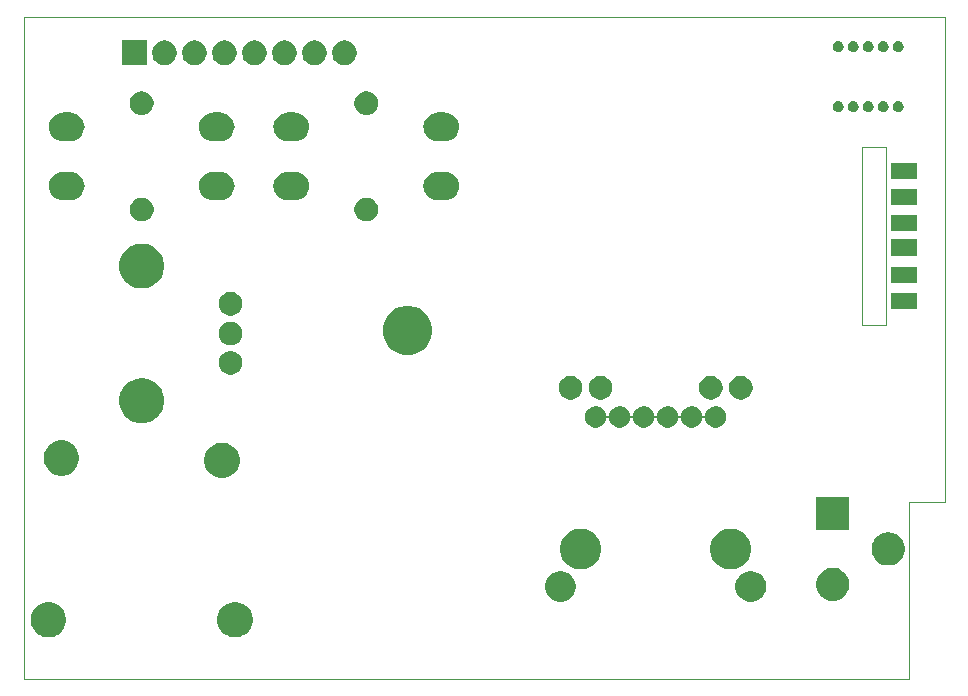
<source format=gbr>
%TF.GenerationSoftware,KiCad,Pcbnew,5.1.5-52549c5~84~ubuntu19.04.1*%
%TF.CreationDate,2020-04-18T11:31:06+00:00*%
%TF.ProjectId,alakol,616c616b-6f6c-42e6-9b69-6361645f7063,rev.1*%
%TF.SameCoordinates,Original*%
%TF.FileFunction,Soldermask,Bot*%
%TF.FilePolarity,Negative*%
%FSLAX45Y45*%
G04 Gerber Fmt 4.5, Leading zero omitted, Abs format (unit mm)*
G04 Created by KiCad (PCBNEW 5.1.5-52549c5~84~ubuntu19.04.1) date 2020-04-18 11:31:06*
%MOMM*%
%LPD*%
G04 APERTURE LIST*
%ADD10C,0.100000*%
%ADD11C,0.150000*%
G04 APERTURE END LIST*
D10*
X12200000Y-15400000D02*
X12200000Y-15600000D01*
X19700000Y-15400000D02*
X19700000Y-15600000D01*
X12200000Y-14500000D02*
X12200000Y-15300000D01*
X19700000Y-14600000D02*
X19700000Y-15400000D01*
X12200000Y-15600000D02*
X19700000Y-15600000D01*
X12200000Y-15300000D02*
X12200000Y-15400000D01*
X12200000Y-14400000D02*
X12200000Y-14500000D01*
X12200000Y-10000000D02*
X12200000Y-14400000D01*
X12200000Y-10000000D02*
X18000000Y-10000000D01*
X19500000Y-12600000D02*
X19500000Y-11100000D01*
X19700000Y-14100000D02*
X19700000Y-14600000D01*
X20000000Y-14100000D02*
X19700000Y-14100000D01*
X20000000Y-12600000D02*
X20000000Y-14100000D01*
X20000000Y-10000000D02*
X18000000Y-10000000D01*
X20000000Y-11100000D02*
X20000000Y-10000000D01*
X20000000Y-12600000D02*
X20000000Y-11100000D01*
X19500000Y-11100000D02*
X19300000Y-11100000D01*
X19300000Y-12600000D02*
X19500000Y-12600000D01*
X19300000Y-11100000D02*
X19300000Y-12600000D01*
D11*
G36*
X14033753Y-14955764D02*
G01*
X14061051Y-14967072D01*
X14061052Y-14967072D01*
X14073419Y-14975335D01*
X14085619Y-14983487D01*
X14106513Y-15004381D01*
X14122928Y-15028948D01*
X14134236Y-15056247D01*
X14140000Y-15085226D01*
X14140000Y-15114774D01*
X14134236Y-15143753D01*
X14122928Y-15171051D01*
X14122928Y-15171052D01*
X14106513Y-15195619D01*
X14085619Y-15216513D01*
X14061052Y-15232928D01*
X14061052Y-15232928D01*
X14061051Y-15232928D01*
X14033753Y-15244236D01*
X14004774Y-15250000D01*
X13975226Y-15250000D01*
X13946247Y-15244236D01*
X13918948Y-15232928D01*
X13918948Y-15232928D01*
X13918948Y-15232928D01*
X13894381Y-15216513D01*
X13873487Y-15195619D01*
X13857072Y-15171052D01*
X13857072Y-15171051D01*
X13845764Y-15143753D01*
X13840000Y-15114774D01*
X13840000Y-15085226D01*
X13845764Y-15056247D01*
X13857072Y-15028948D01*
X13873487Y-15004381D01*
X13894381Y-14983487D01*
X13906581Y-14975335D01*
X13918948Y-14967072D01*
X13918948Y-14967072D01*
X13946247Y-14955764D01*
X13975226Y-14950000D01*
X14004774Y-14950000D01*
X14033753Y-14955764D01*
G37*
G36*
X12453753Y-14955764D02*
G01*
X12481051Y-14967072D01*
X12481052Y-14967072D01*
X12493419Y-14975335D01*
X12505619Y-14983487D01*
X12526513Y-15004381D01*
X12542928Y-15028948D01*
X12554236Y-15056247D01*
X12560000Y-15085226D01*
X12560000Y-15114774D01*
X12554236Y-15143753D01*
X12542928Y-15171051D01*
X12542928Y-15171052D01*
X12526513Y-15195619D01*
X12505619Y-15216513D01*
X12481052Y-15232928D01*
X12481052Y-15232928D01*
X12481051Y-15232928D01*
X12453753Y-15244236D01*
X12424774Y-15250000D01*
X12395226Y-15250000D01*
X12366247Y-15244236D01*
X12338948Y-15232928D01*
X12338948Y-15232928D01*
X12338948Y-15232928D01*
X12314381Y-15216513D01*
X12293487Y-15195619D01*
X12277072Y-15171052D01*
X12277072Y-15171051D01*
X12265764Y-15143753D01*
X12260000Y-15114774D01*
X12260000Y-15085226D01*
X12265764Y-15056247D01*
X12277072Y-15028948D01*
X12293487Y-15004381D01*
X12314381Y-14983487D01*
X12326581Y-14975335D01*
X12338948Y-14967072D01*
X12338948Y-14967072D01*
X12366247Y-14955764D01*
X12395226Y-14950000D01*
X12424774Y-14950000D01*
X12453753Y-14955764D01*
G37*
G36*
X16781470Y-14692496D02*
G01*
X16805128Y-14702295D01*
X16826420Y-14716522D01*
X16844528Y-14734630D01*
X16858755Y-14755922D01*
X16868554Y-14779580D01*
X16873550Y-14804696D01*
X16873550Y-14830304D01*
X16868554Y-14855420D01*
X16858755Y-14879078D01*
X16844528Y-14900370D01*
X16826420Y-14918478D01*
X16805128Y-14932704D01*
X16781470Y-14942504D01*
X16756354Y-14947500D01*
X16730746Y-14947500D01*
X16705630Y-14942504D01*
X16681972Y-14932704D01*
X16660680Y-14918478D01*
X16642572Y-14900370D01*
X16628345Y-14879078D01*
X16618546Y-14855420D01*
X16613550Y-14830304D01*
X16613550Y-14804696D01*
X16618546Y-14779580D01*
X16628345Y-14755922D01*
X16642572Y-14734630D01*
X16660680Y-14716522D01*
X16681972Y-14702295D01*
X16705630Y-14692496D01*
X16730746Y-14687500D01*
X16756354Y-14687500D01*
X16781470Y-14692496D01*
G37*
G36*
X18394370Y-14692496D02*
G01*
X18418028Y-14702295D01*
X18439320Y-14716522D01*
X18457428Y-14734630D01*
X18471655Y-14755922D01*
X18481454Y-14779580D01*
X18486450Y-14804696D01*
X18486450Y-14830304D01*
X18481454Y-14855420D01*
X18471655Y-14879078D01*
X18457428Y-14900370D01*
X18439320Y-14918478D01*
X18418028Y-14932704D01*
X18394370Y-14942504D01*
X18369254Y-14947500D01*
X18343646Y-14947500D01*
X18318530Y-14942504D01*
X18294872Y-14932704D01*
X18273580Y-14918478D01*
X18255472Y-14900370D01*
X18241246Y-14879078D01*
X18231446Y-14855420D01*
X18226450Y-14830304D01*
X18226450Y-14804696D01*
X18231446Y-14779580D01*
X18241246Y-14755922D01*
X18255472Y-14734630D01*
X18273580Y-14716522D01*
X18294872Y-14702295D01*
X18318530Y-14692496D01*
X18343646Y-14687500D01*
X18369254Y-14687500D01*
X18394370Y-14692496D01*
G37*
G36*
X19077313Y-14662690D02*
G01*
X19090837Y-14665380D01*
X19116315Y-14675934D01*
X19139245Y-14691255D01*
X19158745Y-14710755D01*
X19158745Y-14710755D01*
X19174067Y-14733685D01*
X19177158Y-14741148D01*
X19184620Y-14759163D01*
X19190000Y-14786211D01*
X19190000Y-14813789D01*
X19184620Y-14840836D01*
X19174066Y-14866315D01*
X19158745Y-14889245D01*
X19139245Y-14908745D01*
X19116315Y-14924066D01*
X19090837Y-14934620D01*
X19077313Y-14937310D01*
X19063789Y-14940000D01*
X19036211Y-14940000D01*
X19022687Y-14937310D01*
X19009164Y-14934620D01*
X18983685Y-14924066D01*
X18960755Y-14908745D01*
X18941255Y-14889245D01*
X18925934Y-14866315D01*
X18915380Y-14840836D01*
X18910000Y-14813789D01*
X18910000Y-14786211D01*
X18915380Y-14759163D01*
X18922843Y-14741148D01*
X18925934Y-14733685D01*
X18941255Y-14710755D01*
X18941255Y-14710755D01*
X18960755Y-14691255D01*
X18983685Y-14675934D01*
X19009164Y-14665380D01*
X19022687Y-14662690D01*
X19036211Y-14660000D01*
X19063789Y-14660000D01*
X19077313Y-14662690D01*
G37*
G36*
X18206732Y-14328443D02*
G01*
X18235316Y-14334129D01*
X18266709Y-14347132D01*
X18294962Y-14366010D01*
X18318990Y-14390038D01*
X18337868Y-14418291D01*
X18350871Y-14449684D01*
X18357500Y-14483010D01*
X18357500Y-14516990D01*
X18350871Y-14550316D01*
X18337868Y-14581709D01*
X18318990Y-14609962D01*
X18294962Y-14633989D01*
X18266709Y-14652868D01*
X18235316Y-14665871D01*
X18206732Y-14671557D01*
X18201990Y-14672500D01*
X18168010Y-14672500D01*
X18163268Y-14671557D01*
X18134684Y-14665871D01*
X18103291Y-14652868D01*
X18075038Y-14633989D01*
X18051011Y-14609962D01*
X18032132Y-14581709D01*
X18019129Y-14550316D01*
X18012500Y-14516990D01*
X18012500Y-14483010D01*
X18019129Y-14449684D01*
X18032132Y-14418291D01*
X18051011Y-14390038D01*
X18075038Y-14366010D01*
X18103291Y-14347132D01*
X18134684Y-14334129D01*
X18163268Y-14328443D01*
X18168010Y-14327500D01*
X18201990Y-14327500D01*
X18206732Y-14328443D01*
G37*
G36*
X16936732Y-14328443D02*
G01*
X16965316Y-14334129D01*
X16996709Y-14347132D01*
X17024962Y-14366010D01*
X17048990Y-14390038D01*
X17067868Y-14418291D01*
X17080871Y-14449684D01*
X17087500Y-14483010D01*
X17087500Y-14516990D01*
X17080871Y-14550316D01*
X17067868Y-14581709D01*
X17048990Y-14609962D01*
X17024962Y-14633989D01*
X16996709Y-14652868D01*
X16965316Y-14665871D01*
X16936732Y-14671557D01*
X16931990Y-14672500D01*
X16898010Y-14672500D01*
X16893268Y-14671557D01*
X16864684Y-14665871D01*
X16833291Y-14652868D01*
X16805038Y-14633989D01*
X16781011Y-14609962D01*
X16762132Y-14581709D01*
X16749129Y-14550316D01*
X16742500Y-14516990D01*
X16742500Y-14483010D01*
X16749129Y-14449684D01*
X16762132Y-14418291D01*
X16781011Y-14390038D01*
X16805038Y-14366010D01*
X16833291Y-14347132D01*
X16864684Y-14334129D01*
X16893268Y-14328443D01*
X16898010Y-14327500D01*
X16931990Y-14327500D01*
X16936732Y-14328443D01*
G37*
G36*
X19547313Y-14362690D02*
G01*
X19560837Y-14365380D01*
X19586315Y-14375934D01*
X19609245Y-14391255D01*
X19628745Y-14410755D01*
X19644066Y-14433685D01*
X19654620Y-14459163D01*
X19660000Y-14486211D01*
X19660000Y-14513789D01*
X19654620Y-14540836D01*
X19644066Y-14566315D01*
X19628745Y-14589245D01*
X19609245Y-14608745D01*
X19586315Y-14624066D01*
X19560837Y-14634620D01*
X19547313Y-14637310D01*
X19533789Y-14640000D01*
X19506211Y-14640000D01*
X19492687Y-14637310D01*
X19479164Y-14634620D01*
X19453685Y-14624066D01*
X19430755Y-14608745D01*
X19411255Y-14589245D01*
X19395934Y-14566315D01*
X19385380Y-14540836D01*
X19380000Y-14513789D01*
X19380000Y-14486211D01*
X19385380Y-14459163D01*
X19395934Y-14433685D01*
X19411255Y-14410755D01*
X19430755Y-14391255D01*
X19453685Y-14375934D01*
X19479164Y-14365380D01*
X19492687Y-14362690D01*
X19506211Y-14360000D01*
X19533789Y-14360000D01*
X19547313Y-14362690D01*
G37*
G36*
X19190000Y-14340000D02*
G01*
X18910000Y-14340000D01*
X18910000Y-14060000D01*
X19190000Y-14060000D01*
X19190000Y-14340000D01*
G37*
G36*
X13923753Y-13605764D02*
G01*
X13951051Y-13617072D01*
X13951052Y-13617072D01*
X13963419Y-13625335D01*
X13975619Y-13633487D01*
X13996513Y-13654381D01*
X14012928Y-13678948D01*
X14024236Y-13706247D01*
X14030000Y-13735226D01*
X14030000Y-13764774D01*
X14024236Y-13793753D01*
X14021213Y-13801052D01*
X14012928Y-13821052D01*
X13996513Y-13845619D01*
X13975619Y-13866513D01*
X13951052Y-13882928D01*
X13951052Y-13882928D01*
X13951051Y-13882928D01*
X13923753Y-13894236D01*
X13894774Y-13900000D01*
X13865226Y-13900000D01*
X13836247Y-13894236D01*
X13808948Y-13882928D01*
X13808948Y-13882928D01*
X13808948Y-13882928D01*
X13784381Y-13866513D01*
X13763487Y-13845619D01*
X13747072Y-13821052D01*
X13738787Y-13801052D01*
X13735764Y-13793753D01*
X13730000Y-13764774D01*
X13730000Y-13735226D01*
X13735764Y-13706247D01*
X13747072Y-13678948D01*
X13763487Y-13654381D01*
X13784381Y-13633487D01*
X13796581Y-13625335D01*
X13808948Y-13617072D01*
X13808948Y-13617072D01*
X13836247Y-13605764D01*
X13865226Y-13600000D01*
X13894774Y-13600000D01*
X13923753Y-13605764D01*
G37*
G36*
X12563753Y-13585764D02*
G01*
X12591051Y-13597072D01*
X12591052Y-13597072D01*
X12595434Y-13600000D01*
X12615619Y-13613487D01*
X12636513Y-13634381D01*
X12652928Y-13658948D01*
X12664236Y-13686247D01*
X12670000Y-13715226D01*
X12670000Y-13744774D01*
X12664236Y-13773753D01*
X12652928Y-13801051D01*
X12652928Y-13801052D01*
X12636513Y-13825619D01*
X12615619Y-13846513D01*
X12591052Y-13862928D01*
X12591052Y-13862928D01*
X12591051Y-13862928D01*
X12563753Y-13874236D01*
X12534774Y-13880000D01*
X12505226Y-13880000D01*
X12476247Y-13874236D01*
X12448948Y-13862928D01*
X12448948Y-13862928D01*
X12448948Y-13862928D01*
X12424381Y-13846513D01*
X12403487Y-13825619D01*
X12387072Y-13801052D01*
X12387072Y-13801051D01*
X12375764Y-13773753D01*
X12370000Y-13744774D01*
X12370000Y-13715226D01*
X12375764Y-13686247D01*
X12387072Y-13658948D01*
X12403487Y-13634381D01*
X12424381Y-13613487D01*
X12444566Y-13600000D01*
X12448948Y-13597072D01*
X12448948Y-13597072D01*
X12476247Y-13585764D01*
X12505226Y-13580000D01*
X12534774Y-13580000D01*
X12563753Y-13585764D01*
G37*
G36*
X17068252Y-13295859D02*
G01*
X17079266Y-13300421D01*
X17084631Y-13302643D01*
X17099372Y-13312492D01*
X17111908Y-13325028D01*
X17121757Y-13339769D01*
X17121757Y-13339769D01*
X17128541Y-13356148D01*
X17131340Y-13370219D01*
X17132052Y-13372564D01*
X17133207Y-13374725D01*
X17134761Y-13376619D01*
X17136655Y-13378174D01*
X17138817Y-13379329D01*
X17141161Y-13380040D01*
X17143600Y-13380280D01*
X17146039Y-13380040D01*
X17148384Y-13379329D01*
X17150545Y-13378174D01*
X17152439Y-13376619D01*
X17153993Y-13374725D01*
X17155148Y-13372564D01*
X17155860Y-13370219D01*
X17158659Y-13356148D01*
X17165443Y-13339769D01*
X17165443Y-13339769D01*
X17175292Y-13325028D01*
X17187828Y-13312492D01*
X17202569Y-13302643D01*
X17207934Y-13300421D01*
X17218948Y-13295859D01*
X17236336Y-13292400D01*
X17254064Y-13292400D01*
X17271452Y-13295859D01*
X17282466Y-13300421D01*
X17287831Y-13302643D01*
X17302572Y-13312492D01*
X17315108Y-13325028D01*
X17324957Y-13339769D01*
X17324957Y-13339769D01*
X17331741Y-13356148D01*
X17334540Y-13370219D01*
X17335252Y-13372564D01*
X17336407Y-13374725D01*
X17337961Y-13376619D01*
X17339855Y-13378174D01*
X17342017Y-13379329D01*
X17344361Y-13380040D01*
X17346800Y-13380280D01*
X17349239Y-13380040D01*
X17351584Y-13379329D01*
X17353745Y-13378174D01*
X17355639Y-13376619D01*
X17357193Y-13374725D01*
X17358348Y-13372564D01*
X17359060Y-13370219D01*
X17361859Y-13356148D01*
X17368643Y-13339769D01*
X17368643Y-13339769D01*
X17378492Y-13325028D01*
X17391028Y-13312492D01*
X17405769Y-13302643D01*
X17411134Y-13300421D01*
X17422148Y-13295859D01*
X17439536Y-13292400D01*
X17457264Y-13292400D01*
X17474652Y-13295859D01*
X17485666Y-13300421D01*
X17491031Y-13302643D01*
X17505772Y-13312492D01*
X17518308Y-13325028D01*
X17528157Y-13339769D01*
X17528157Y-13339769D01*
X17534941Y-13356148D01*
X17537740Y-13370219D01*
X17538452Y-13372564D01*
X17539607Y-13374725D01*
X17541161Y-13376619D01*
X17543055Y-13378174D01*
X17545217Y-13379329D01*
X17547561Y-13380040D01*
X17550000Y-13380280D01*
X17552439Y-13380040D01*
X17554784Y-13379329D01*
X17556945Y-13378174D01*
X17558839Y-13376619D01*
X17560393Y-13374725D01*
X17561548Y-13372564D01*
X17562260Y-13370219D01*
X17565059Y-13356148D01*
X17571843Y-13339769D01*
X17571843Y-13339769D01*
X17581692Y-13325028D01*
X17594228Y-13312492D01*
X17608969Y-13302643D01*
X17614334Y-13300421D01*
X17625348Y-13295859D01*
X17642736Y-13292400D01*
X17660464Y-13292400D01*
X17677852Y-13295859D01*
X17688866Y-13300421D01*
X17694231Y-13302643D01*
X17708972Y-13312492D01*
X17721508Y-13325028D01*
X17731357Y-13339769D01*
X17731357Y-13339769D01*
X17738141Y-13356148D01*
X17740940Y-13370219D01*
X17741652Y-13372564D01*
X17742807Y-13374725D01*
X17744361Y-13376619D01*
X17746255Y-13378174D01*
X17748417Y-13379329D01*
X17750761Y-13380040D01*
X17753200Y-13380280D01*
X17755639Y-13380040D01*
X17757984Y-13379329D01*
X17760145Y-13378174D01*
X17762039Y-13376619D01*
X17763593Y-13374725D01*
X17764748Y-13372564D01*
X17765460Y-13370219D01*
X17768259Y-13356148D01*
X17775043Y-13339769D01*
X17775043Y-13339769D01*
X17784892Y-13325028D01*
X17797428Y-13312492D01*
X17812169Y-13302643D01*
X17817534Y-13300421D01*
X17828548Y-13295859D01*
X17845936Y-13292400D01*
X17863664Y-13292400D01*
X17881052Y-13295859D01*
X17892066Y-13300421D01*
X17897431Y-13302643D01*
X17912172Y-13312492D01*
X17924708Y-13325028D01*
X17934557Y-13339769D01*
X17934557Y-13339769D01*
X17941341Y-13356148D01*
X17944140Y-13370219D01*
X17944852Y-13372564D01*
X17946007Y-13374725D01*
X17947561Y-13376619D01*
X17949455Y-13378174D01*
X17951617Y-13379329D01*
X17953961Y-13380040D01*
X17956400Y-13380280D01*
X17958839Y-13380040D01*
X17961184Y-13379329D01*
X17963345Y-13378174D01*
X17965239Y-13376619D01*
X17966793Y-13374725D01*
X17967948Y-13372564D01*
X17968660Y-13370219D01*
X17971459Y-13356148D01*
X17978243Y-13339769D01*
X17978243Y-13339769D01*
X17988092Y-13325028D01*
X18000628Y-13312492D01*
X18015369Y-13302643D01*
X18020734Y-13300421D01*
X18031748Y-13295859D01*
X18049136Y-13292400D01*
X18066864Y-13292400D01*
X18084252Y-13295859D01*
X18095266Y-13300421D01*
X18100631Y-13302643D01*
X18115372Y-13312492D01*
X18127908Y-13325028D01*
X18137757Y-13339769D01*
X18144541Y-13356148D01*
X18148000Y-13373536D01*
X18148000Y-13391264D01*
X18144541Y-13408652D01*
X18137757Y-13425031D01*
X18127908Y-13439772D01*
X18115372Y-13452308D01*
X18100631Y-13462157D01*
X18100631Y-13462157D01*
X18100631Y-13462157D01*
X18084252Y-13468941D01*
X18066864Y-13472400D01*
X18049136Y-13472400D01*
X18031748Y-13468941D01*
X18015369Y-13462157D01*
X18015369Y-13462157D01*
X18015369Y-13462157D01*
X18000628Y-13452308D01*
X17988092Y-13439772D01*
X17978243Y-13425031D01*
X17971459Y-13408652D01*
X17968660Y-13394581D01*
X17967948Y-13392236D01*
X17966793Y-13390075D01*
X17965239Y-13388181D01*
X17963345Y-13386626D01*
X17961184Y-13385471D01*
X17958839Y-13384760D01*
X17956400Y-13384520D01*
X17953961Y-13384760D01*
X17951617Y-13385471D01*
X17949455Y-13386626D01*
X17947561Y-13388181D01*
X17946007Y-13390075D01*
X17944852Y-13392236D01*
X17944140Y-13394581D01*
X17941341Y-13408652D01*
X17934557Y-13425031D01*
X17924708Y-13439772D01*
X17912172Y-13452308D01*
X17897431Y-13462157D01*
X17897431Y-13462157D01*
X17897431Y-13462157D01*
X17881052Y-13468941D01*
X17863664Y-13472400D01*
X17845936Y-13472400D01*
X17828548Y-13468941D01*
X17812169Y-13462157D01*
X17812169Y-13462157D01*
X17812169Y-13462157D01*
X17797428Y-13452308D01*
X17784892Y-13439772D01*
X17775043Y-13425031D01*
X17768259Y-13408652D01*
X17765460Y-13394581D01*
X17764748Y-13392236D01*
X17763593Y-13390075D01*
X17762039Y-13388181D01*
X17760145Y-13386626D01*
X17757984Y-13385471D01*
X17755639Y-13384760D01*
X17753200Y-13384520D01*
X17750761Y-13384760D01*
X17748417Y-13385471D01*
X17746255Y-13386626D01*
X17744361Y-13388181D01*
X17742807Y-13390075D01*
X17741652Y-13392236D01*
X17740940Y-13394581D01*
X17738141Y-13408652D01*
X17731357Y-13425031D01*
X17721508Y-13439772D01*
X17708972Y-13452308D01*
X17694231Y-13462157D01*
X17694231Y-13462157D01*
X17694231Y-13462157D01*
X17677852Y-13468941D01*
X17660464Y-13472400D01*
X17642736Y-13472400D01*
X17625348Y-13468941D01*
X17608969Y-13462157D01*
X17608969Y-13462157D01*
X17608969Y-13462157D01*
X17594228Y-13452308D01*
X17581692Y-13439772D01*
X17571843Y-13425031D01*
X17565059Y-13408652D01*
X17562260Y-13394581D01*
X17561548Y-13392236D01*
X17560393Y-13390075D01*
X17558839Y-13388181D01*
X17556945Y-13386626D01*
X17554784Y-13385471D01*
X17552439Y-13384760D01*
X17550000Y-13384520D01*
X17547561Y-13384760D01*
X17545217Y-13385471D01*
X17543055Y-13386626D01*
X17541161Y-13388181D01*
X17539607Y-13390075D01*
X17538452Y-13392236D01*
X17537740Y-13394581D01*
X17534941Y-13408652D01*
X17528157Y-13425031D01*
X17518308Y-13439772D01*
X17505772Y-13452308D01*
X17491031Y-13462157D01*
X17491031Y-13462157D01*
X17491031Y-13462157D01*
X17474652Y-13468941D01*
X17457264Y-13472400D01*
X17439536Y-13472400D01*
X17422148Y-13468941D01*
X17405769Y-13462157D01*
X17405769Y-13462157D01*
X17405769Y-13462157D01*
X17391028Y-13452308D01*
X17378492Y-13439772D01*
X17368643Y-13425031D01*
X17361859Y-13408652D01*
X17359060Y-13394581D01*
X17358348Y-13392236D01*
X17357193Y-13390075D01*
X17355639Y-13388181D01*
X17353745Y-13386626D01*
X17351584Y-13385471D01*
X17349239Y-13384760D01*
X17346800Y-13384520D01*
X17344361Y-13384760D01*
X17342017Y-13385471D01*
X17339855Y-13386626D01*
X17337961Y-13388181D01*
X17336407Y-13390075D01*
X17335252Y-13392236D01*
X17334540Y-13394581D01*
X17331741Y-13408652D01*
X17324957Y-13425031D01*
X17315108Y-13439772D01*
X17302572Y-13452308D01*
X17287831Y-13462157D01*
X17287831Y-13462157D01*
X17287831Y-13462157D01*
X17271452Y-13468941D01*
X17254064Y-13472400D01*
X17236336Y-13472400D01*
X17218948Y-13468941D01*
X17202569Y-13462157D01*
X17202569Y-13462157D01*
X17202569Y-13462157D01*
X17187828Y-13452308D01*
X17175292Y-13439772D01*
X17165443Y-13425031D01*
X17158659Y-13408652D01*
X17155860Y-13394581D01*
X17155148Y-13392236D01*
X17153993Y-13390075D01*
X17152439Y-13388181D01*
X17150545Y-13386626D01*
X17148384Y-13385471D01*
X17146039Y-13384760D01*
X17143600Y-13384520D01*
X17141161Y-13384760D01*
X17138817Y-13385471D01*
X17136655Y-13386626D01*
X17134761Y-13388181D01*
X17133207Y-13390075D01*
X17132052Y-13392236D01*
X17131340Y-13394581D01*
X17128541Y-13408652D01*
X17121757Y-13425031D01*
X17111908Y-13439772D01*
X17099372Y-13452308D01*
X17084631Y-13462157D01*
X17084631Y-13462157D01*
X17084631Y-13462157D01*
X17068252Y-13468941D01*
X17050864Y-13472400D01*
X17033136Y-13472400D01*
X17015748Y-13468941D01*
X16999369Y-13462157D01*
X16999369Y-13462157D01*
X16999369Y-13462157D01*
X16984628Y-13452308D01*
X16972092Y-13439772D01*
X16962243Y-13425031D01*
X16955459Y-13408652D01*
X16952000Y-13391264D01*
X16952000Y-13373536D01*
X16955459Y-13356148D01*
X16962243Y-13339769D01*
X16972092Y-13325028D01*
X16984628Y-13312492D01*
X16999369Y-13302643D01*
X17004734Y-13300421D01*
X17015748Y-13295859D01*
X17033136Y-13292400D01*
X17050864Y-13292400D01*
X17068252Y-13295859D01*
G37*
G36*
X13237067Y-13058651D02*
G01*
X13255421Y-13062302D01*
X13269743Y-13068234D01*
X13289999Y-13076624D01*
X13321118Y-13097417D01*
X13347583Y-13123882D01*
X13368376Y-13155001D01*
X13372587Y-13165169D01*
X13382698Y-13189579D01*
X13390000Y-13226287D01*
X13390000Y-13263713D01*
X13382698Y-13300421D01*
X13377698Y-13312492D01*
X13368376Y-13334999D01*
X13347583Y-13366118D01*
X13321118Y-13392583D01*
X13289999Y-13413376D01*
X13269743Y-13421766D01*
X13255421Y-13427698D01*
X13237067Y-13431349D01*
X13218713Y-13435000D01*
X13181286Y-13435000D01*
X13162933Y-13431349D01*
X13144579Y-13427698D01*
X13130257Y-13421766D01*
X13110001Y-13413376D01*
X13078882Y-13392583D01*
X13052417Y-13366118D01*
X13031624Y-13334999D01*
X13022302Y-13312492D01*
X13017302Y-13300421D01*
X13010000Y-13263713D01*
X13010000Y-13226287D01*
X13017302Y-13189579D01*
X13027413Y-13165169D01*
X13031624Y-13155001D01*
X13052417Y-13123882D01*
X13078882Y-13097417D01*
X13110001Y-13076624D01*
X13130257Y-13068234D01*
X13144579Y-13062302D01*
X13162933Y-13058651D01*
X13181286Y-13055000D01*
X13218713Y-13055000D01*
X13237067Y-13058651D01*
G37*
G36*
X16851369Y-13038562D02*
G01*
X16857809Y-13039843D01*
X16876008Y-13047381D01*
X16892386Y-13058325D01*
X16906315Y-13072254D01*
X16917259Y-13088632D01*
X16924797Y-13106831D01*
X16928640Y-13126151D01*
X16928640Y-13145849D01*
X16924797Y-13165169D01*
X16917259Y-13183368D01*
X16906315Y-13199746D01*
X16892386Y-13213675D01*
X16876008Y-13224619D01*
X16857809Y-13232157D01*
X16851369Y-13233438D01*
X16838489Y-13236000D01*
X16818791Y-13236000D01*
X16805911Y-13233438D01*
X16799471Y-13232157D01*
X16781272Y-13224619D01*
X16764894Y-13213675D01*
X16750965Y-13199746D01*
X16740021Y-13183368D01*
X16732483Y-13165169D01*
X16728640Y-13145849D01*
X16728640Y-13126151D01*
X16732483Y-13106831D01*
X16740021Y-13088632D01*
X16750965Y-13072254D01*
X16764894Y-13058325D01*
X16781272Y-13047381D01*
X16799471Y-13039843D01*
X16805911Y-13038562D01*
X16818791Y-13036000D01*
X16838489Y-13036000D01*
X16851369Y-13038562D01*
G37*
G36*
X17105369Y-13038562D02*
G01*
X17111809Y-13039843D01*
X17130008Y-13047381D01*
X17146386Y-13058325D01*
X17160315Y-13072254D01*
X17171259Y-13088632D01*
X17178797Y-13106831D01*
X17182640Y-13126151D01*
X17182640Y-13145849D01*
X17178797Y-13165169D01*
X17171259Y-13183368D01*
X17160315Y-13199746D01*
X17146386Y-13213675D01*
X17130008Y-13224619D01*
X17111809Y-13232157D01*
X17105369Y-13233438D01*
X17092489Y-13236000D01*
X17072791Y-13236000D01*
X17059911Y-13233438D01*
X17053471Y-13232157D01*
X17035272Y-13224619D01*
X17018894Y-13213675D01*
X17004965Y-13199746D01*
X16994021Y-13183368D01*
X16986483Y-13165169D01*
X16982640Y-13145849D01*
X16982640Y-13126151D01*
X16986483Y-13106831D01*
X16994021Y-13088632D01*
X17004965Y-13072254D01*
X17018894Y-13058325D01*
X17035272Y-13047381D01*
X17053471Y-13039843D01*
X17059911Y-13038562D01*
X17072791Y-13036000D01*
X17092489Y-13036000D01*
X17105369Y-13038562D01*
G37*
G36*
X18040089Y-13038562D02*
G01*
X18046529Y-13039843D01*
X18064728Y-13047381D01*
X18081106Y-13058325D01*
X18095035Y-13072254D01*
X18105979Y-13088632D01*
X18113517Y-13106831D01*
X18117360Y-13126151D01*
X18117360Y-13145849D01*
X18113517Y-13165169D01*
X18105979Y-13183368D01*
X18095035Y-13199746D01*
X18081106Y-13213675D01*
X18064728Y-13224619D01*
X18046529Y-13232157D01*
X18040089Y-13233438D01*
X18027209Y-13236000D01*
X18007511Y-13236000D01*
X17994631Y-13233438D01*
X17988191Y-13232157D01*
X17969992Y-13224619D01*
X17953614Y-13213675D01*
X17939685Y-13199746D01*
X17928741Y-13183368D01*
X17921203Y-13165169D01*
X17917360Y-13145849D01*
X17917360Y-13126151D01*
X17921203Y-13106831D01*
X17928741Y-13088632D01*
X17939685Y-13072254D01*
X17953614Y-13058325D01*
X17969992Y-13047381D01*
X17988191Y-13039843D01*
X17994631Y-13038562D01*
X18007511Y-13036000D01*
X18027209Y-13036000D01*
X18040089Y-13038562D01*
G37*
G36*
X18294089Y-13038562D02*
G01*
X18300529Y-13039843D01*
X18318728Y-13047381D01*
X18335106Y-13058325D01*
X18349035Y-13072254D01*
X18359979Y-13088632D01*
X18367517Y-13106831D01*
X18371360Y-13126151D01*
X18371360Y-13145849D01*
X18367517Y-13165169D01*
X18359979Y-13183368D01*
X18349035Y-13199746D01*
X18335106Y-13213675D01*
X18318728Y-13224619D01*
X18300529Y-13232157D01*
X18294089Y-13233438D01*
X18281209Y-13236000D01*
X18261511Y-13236000D01*
X18248631Y-13233438D01*
X18242191Y-13232157D01*
X18223992Y-13224619D01*
X18207614Y-13213675D01*
X18193685Y-13199746D01*
X18182741Y-13183368D01*
X18175203Y-13165169D01*
X18171360Y-13145849D01*
X18171360Y-13126151D01*
X18175203Y-13106831D01*
X18182741Y-13088632D01*
X18193685Y-13072254D01*
X18207614Y-13058325D01*
X18223992Y-13047381D01*
X18242191Y-13039843D01*
X18248631Y-13038562D01*
X18261511Y-13036000D01*
X18281209Y-13036000D01*
X18294089Y-13038562D01*
G37*
G36*
X13972729Y-12827562D02*
G01*
X13979169Y-12828843D01*
X13997368Y-12836381D01*
X14013746Y-12847325D01*
X14027675Y-12861254D01*
X14038619Y-12877632D01*
X14046157Y-12895831D01*
X14050000Y-12915151D01*
X14050000Y-12934849D01*
X14046157Y-12954169D01*
X14038619Y-12972368D01*
X14027675Y-12988746D01*
X14013746Y-13002675D01*
X13997368Y-13013619D01*
X13979169Y-13021157D01*
X13972729Y-13022438D01*
X13959849Y-13025000D01*
X13940151Y-13025000D01*
X13927271Y-13022438D01*
X13920831Y-13021157D01*
X13902632Y-13013619D01*
X13886254Y-13002675D01*
X13872325Y-12988746D01*
X13861381Y-12972368D01*
X13853843Y-12954169D01*
X13850000Y-12934849D01*
X13850000Y-12915151D01*
X13853843Y-12895831D01*
X13861381Y-12877632D01*
X13872325Y-12861254D01*
X13886254Y-12847325D01*
X13902632Y-12836381D01*
X13920831Y-12828843D01*
X13927271Y-12827562D01*
X13940151Y-12825000D01*
X13959849Y-12825000D01*
X13972729Y-12827562D01*
G37*
G36*
X15511255Y-12448070D02*
G01*
X15549472Y-12463900D01*
X15549472Y-12463900D01*
X15583867Y-12486882D01*
X15613118Y-12516133D01*
X15636100Y-12550528D01*
X15636100Y-12550528D01*
X15651930Y-12588745D01*
X15660000Y-12629317D01*
X15660000Y-12670683D01*
X15651930Y-12711255D01*
X15636100Y-12749472D01*
X15636100Y-12749472D01*
X15613118Y-12783867D01*
X15583867Y-12813118D01*
X15549472Y-12836100D01*
X15549472Y-12836100D01*
X15549472Y-12836100D01*
X15511255Y-12851930D01*
X15470683Y-12860000D01*
X15429317Y-12860000D01*
X15388745Y-12851930D01*
X15350528Y-12836100D01*
X15350528Y-12836100D01*
X15350528Y-12836100D01*
X15316133Y-12813118D01*
X15286882Y-12783867D01*
X15263900Y-12749472D01*
X15263900Y-12749472D01*
X15248070Y-12711255D01*
X15240000Y-12670683D01*
X15240000Y-12629317D01*
X15248070Y-12588745D01*
X15263900Y-12550528D01*
X15263900Y-12550528D01*
X15286882Y-12516133D01*
X15316133Y-12486882D01*
X15350528Y-12463900D01*
X15350528Y-12463900D01*
X15388745Y-12448070D01*
X15429317Y-12440000D01*
X15470683Y-12440000D01*
X15511255Y-12448070D01*
G37*
G36*
X13972729Y-12577562D02*
G01*
X13979169Y-12578843D01*
X13997368Y-12586381D01*
X14013746Y-12597325D01*
X14027675Y-12611254D01*
X14038619Y-12627632D01*
X14046157Y-12645831D01*
X14050000Y-12665151D01*
X14050000Y-12684849D01*
X14046157Y-12704169D01*
X14038619Y-12722368D01*
X14027675Y-12738746D01*
X14013746Y-12752675D01*
X13997368Y-12763619D01*
X13979169Y-12771157D01*
X13972729Y-12772438D01*
X13959849Y-12775000D01*
X13940151Y-12775000D01*
X13927271Y-12772438D01*
X13920831Y-12771157D01*
X13902632Y-12763619D01*
X13886254Y-12752675D01*
X13872325Y-12738746D01*
X13861381Y-12722368D01*
X13853843Y-12704169D01*
X13850000Y-12684849D01*
X13850000Y-12665151D01*
X13853843Y-12645831D01*
X13861381Y-12627632D01*
X13872325Y-12611254D01*
X13886254Y-12597325D01*
X13902632Y-12586381D01*
X13920831Y-12578843D01*
X13927271Y-12577562D01*
X13940151Y-12575000D01*
X13959849Y-12575000D01*
X13972729Y-12577562D01*
G37*
G36*
X13972729Y-12327562D02*
G01*
X13979169Y-12328843D01*
X13997368Y-12336381D01*
X14013746Y-12347325D01*
X14027675Y-12361254D01*
X14038619Y-12377632D01*
X14046157Y-12395831D01*
X14046157Y-12395831D01*
X14050000Y-12415151D01*
X14050000Y-12434849D01*
X14047438Y-12447729D01*
X14046157Y-12454169D01*
X14038619Y-12472368D01*
X14027675Y-12488746D01*
X14013746Y-12502675D01*
X13997368Y-12513619D01*
X13979169Y-12521157D01*
X13972729Y-12522438D01*
X13959849Y-12525000D01*
X13940151Y-12525000D01*
X13927271Y-12522438D01*
X13920831Y-12521157D01*
X13902632Y-12513619D01*
X13886254Y-12502675D01*
X13872325Y-12488746D01*
X13861381Y-12472368D01*
X13853843Y-12454169D01*
X13852562Y-12447729D01*
X13850000Y-12434849D01*
X13850000Y-12415151D01*
X13853843Y-12395831D01*
X13853843Y-12395831D01*
X13861381Y-12377632D01*
X13872325Y-12361254D01*
X13886254Y-12347325D01*
X13902632Y-12336381D01*
X13920831Y-12328843D01*
X13927271Y-12327562D01*
X13940151Y-12325000D01*
X13959849Y-12325000D01*
X13972729Y-12327562D01*
G37*
G36*
X19760000Y-12470000D02*
G01*
X19540000Y-12470000D01*
X19540000Y-12330000D01*
X19760000Y-12330000D01*
X19760000Y-12470000D01*
G37*
G36*
X13237067Y-11918651D02*
G01*
X13255421Y-11922302D01*
X13269743Y-11928234D01*
X13289999Y-11936624D01*
X13321118Y-11957417D01*
X13347583Y-11983882D01*
X13368376Y-12015001D01*
X13382698Y-12049579D01*
X13390000Y-12086286D01*
X13390000Y-12123713D01*
X13382698Y-12160421D01*
X13368376Y-12194999D01*
X13347583Y-12226118D01*
X13321118Y-12252583D01*
X13289999Y-12273376D01*
X13269743Y-12281766D01*
X13255421Y-12287698D01*
X13237067Y-12291349D01*
X13218713Y-12295000D01*
X13181286Y-12295000D01*
X13162933Y-12291349D01*
X13144579Y-12287698D01*
X13130257Y-12281766D01*
X13110001Y-12273376D01*
X13078882Y-12252583D01*
X13052417Y-12226118D01*
X13031624Y-12194999D01*
X13017302Y-12160421D01*
X13010000Y-12123713D01*
X13010000Y-12086286D01*
X13017302Y-12049579D01*
X13031624Y-12015001D01*
X13052417Y-11983882D01*
X13078882Y-11957417D01*
X13110001Y-11936624D01*
X13130257Y-11928234D01*
X13144579Y-11922302D01*
X13162933Y-11918651D01*
X13181286Y-11915000D01*
X13218713Y-11915000D01*
X13237067Y-11918651D01*
G37*
G36*
X19760000Y-12250000D02*
G01*
X19540000Y-12250000D01*
X19540000Y-12110000D01*
X19760000Y-12110000D01*
X19760000Y-12250000D01*
G37*
G36*
X19760000Y-12020000D02*
G01*
X19540000Y-12020000D01*
X19540000Y-11880000D01*
X19760000Y-11880000D01*
X19760000Y-12020000D01*
G37*
G36*
X19760000Y-11810000D02*
G01*
X19540000Y-11810000D01*
X19540000Y-11670000D01*
X19760000Y-11670000D01*
X19760000Y-11810000D01*
G37*
G36*
X13222729Y-11527562D02*
G01*
X13229169Y-11528843D01*
X13247368Y-11536381D01*
X13263746Y-11547325D01*
X13277675Y-11561254D01*
X13288619Y-11577632D01*
X13296157Y-11595831D01*
X13300000Y-11615151D01*
X13300000Y-11634849D01*
X13296157Y-11654169D01*
X13288619Y-11672368D01*
X13277675Y-11688746D01*
X13263746Y-11702675D01*
X13247368Y-11713619D01*
X13229169Y-11721157D01*
X13222729Y-11722438D01*
X13209849Y-11725000D01*
X13190151Y-11725000D01*
X13177271Y-11722438D01*
X13170831Y-11721157D01*
X13152632Y-11713619D01*
X13136254Y-11702675D01*
X13122325Y-11688746D01*
X13111381Y-11672368D01*
X13103843Y-11654169D01*
X13100000Y-11634849D01*
X13100000Y-11615151D01*
X13103843Y-11595831D01*
X13111381Y-11577632D01*
X13122325Y-11561254D01*
X13136254Y-11547325D01*
X13152632Y-11536381D01*
X13170831Y-11528843D01*
X13177271Y-11527562D01*
X13190151Y-11525000D01*
X13209849Y-11525000D01*
X13222729Y-11527562D01*
G37*
G36*
X15122729Y-11527562D02*
G01*
X15129169Y-11528843D01*
X15147368Y-11536381D01*
X15163746Y-11547325D01*
X15177675Y-11561254D01*
X15188619Y-11577632D01*
X15196157Y-11595831D01*
X15200000Y-11615151D01*
X15200000Y-11634849D01*
X15196157Y-11654169D01*
X15188619Y-11672368D01*
X15177675Y-11688746D01*
X15163746Y-11702675D01*
X15147368Y-11713619D01*
X15129169Y-11721157D01*
X15122729Y-11722438D01*
X15109849Y-11725000D01*
X15090151Y-11725000D01*
X15077271Y-11722438D01*
X15070831Y-11721157D01*
X15052632Y-11713619D01*
X15036254Y-11702675D01*
X15022325Y-11688746D01*
X15011381Y-11672368D01*
X15003843Y-11654169D01*
X15000000Y-11634849D01*
X15000000Y-11615151D01*
X15003843Y-11595831D01*
X15011381Y-11577632D01*
X15022325Y-11561254D01*
X15036254Y-11547325D01*
X15052632Y-11536381D01*
X15070831Y-11528843D01*
X15077271Y-11527562D01*
X15090151Y-11525000D01*
X15109849Y-11525000D01*
X15122729Y-11527562D01*
G37*
G36*
X19760000Y-11590000D02*
G01*
X19540000Y-11590000D01*
X19540000Y-11450000D01*
X19760000Y-11450000D01*
X19760000Y-11590000D01*
G37*
G36*
X14506771Y-11305579D02*
G01*
X14518524Y-11306736D01*
X14541144Y-11313598D01*
X14541144Y-11313598D01*
X14561991Y-11324741D01*
X14580263Y-11339737D01*
X14595259Y-11358009D01*
X14606402Y-11378855D01*
X14606402Y-11378856D01*
X14613264Y-11401476D01*
X14615581Y-11425000D01*
X14613264Y-11448524D01*
X14606402Y-11471144D01*
X14606402Y-11471144D01*
X14595259Y-11491991D01*
X14580263Y-11510263D01*
X14561991Y-11525259D01*
X14541144Y-11536402D01*
X14541144Y-11536402D01*
X14518524Y-11543264D01*
X14506771Y-11544421D01*
X14500895Y-11545000D01*
X14429105Y-11545000D01*
X14423229Y-11544421D01*
X14411476Y-11543264D01*
X14388856Y-11536402D01*
X14388855Y-11536402D01*
X14368009Y-11525259D01*
X14349737Y-11510263D01*
X14334741Y-11491991D01*
X14323598Y-11471144D01*
X14323598Y-11471144D01*
X14316736Y-11448524D01*
X14314419Y-11425000D01*
X14316736Y-11401476D01*
X14323598Y-11378856D01*
X14323598Y-11378855D01*
X14334741Y-11358009D01*
X14349737Y-11339737D01*
X14368009Y-11324741D01*
X14388855Y-11313598D01*
X14388856Y-11313598D01*
X14411476Y-11306736D01*
X14423229Y-11305579D01*
X14429105Y-11305000D01*
X14500895Y-11305000D01*
X14506771Y-11305579D01*
G37*
G36*
X15776771Y-11305579D02*
G01*
X15788524Y-11306736D01*
X15811144Y-11313598D01*
X15811144Y-11313598D01*
X15831991Y-11324741D01*
X15850263Y-11339737D01*
X15865259Y-11358009D01*
X15876402Y-11378855D01*
X15876402Y-11378856D01*
X15883264Y-11401476D01*
X15885581Y-11425000D01*
X15883264Y-11448524D01*
X15876402Y-11471144D01*
X15876402Y-11471144D01*
X15865259Y-11491991D01*
X15850263Y-11510263D01*
X15831991Y-11525259D01*
X15811144Y-11536402D01*
X15811144Y-11536402D01*
X15788524Y-11543264D01*
X15776771Y-11544421D01*
X15770895Y-11545000D01*
X15699105Y-11545000D01*
X15693229Y-11544421D01*
X15681476Y-11543264D01*
X15658856Y-11536402D01*
X15658855Y-11536402D01*
X15638009Y-11525259D01*
X15619737Y-11510263D01*
X15604741Y-11491991D01*
X15593598Y-11471144D01*
X15593598Y-11471144D01*
X15586736Y-11448524D01*
X15584419Y-11425000D01*
X15586736Y-11401476D01*
X15593598Y-11378856D01*
X15593598Y-11378855D01*
X15604741Y-11358009D01*
X15619737Y-11339737D01*
X15638009Y-11324741D01*
X15658855Y-11313598D01*
X15658856Y-11313598D01*
X15681476Y-11306736D01*
X15693229Y-11305579D01*
X15699105Y-11305000D01*
X15770895Y-11305000D01*
X15776771Y-11305579D01*
G37*
G36*
X13876771Y-11305579D02*
G01*
X13888524Y-11306736D01*
X13911144Y-11313598D01*
X13911144Y-11313598D01*
X13931991Y-11324741D01*
X13950263Y-11339737D01*
X13965259Y-11358009D01*
X13976402Y-11378855D01*
X13976402Y-11378856D01*
X13983264Y-11401476D01*
X13985581Y-11425000D01*
X13983264Y-11448524D01*
X13976402Y-11471144D01*
X13976402Y-11471144D01*
X13965259Y-11491991D01*
X13950263Y-11510263D01*
X13931991Y-11525259D01*
X13911144Y-11536402D01*
X13911144Y-11536402D01*
X13888524Y-11543264D01*
X13876771Y-11544421D01*
X13870895Y-11545000D01*
X13799105Y-11545000D01*
X13793229Y-11544421D01*
X13781476Y-11543264D01*
X13758856Y-11536402D01*
X13758855Y-11536402D01*
X13738009Y-11525259D01*
X13719737Y-11510263D01*
X13704741Y-11491991D01*
X13693598Y-11471144D01*
X13693598Y-11471144D01*
X13686736Y-11448524D01*
X13684419Y-11425000D01*
X13686736Y-11401476D01*
X13693598Y-11378856D01*
X13693598Y-11378855D01*
X13704741Y-11358009D01*
X13719737Y-11339737D01*
X13738009Y-11324741D01*
X13758855Y-11313598D01*
X13758856Y-11313598D01*
X13781476Y-11306736D01*
X13793229Y-11305579D01*
X13799105Y-11305000D01*
X13870895Y-11305000D01*
X13876771Y-11305579D01*
G37*
G36*
X12606771Y-11305579D02*
G01*
X12618524Y-11306736D01*
X12641144Y-11313598D01*
X12641144Y-11313598D01*
X12661991Y-11324741D01*
X12680263Y-11339737D01*
X12695259Y-11358009D01*
X12706402Y-11378855D01*
X12706402Y-11378856D01*
X12713264Y-11401476D01*
X12715581Y-11425000D01*
X12713264Y-11448524D01*
X12706402Y-11471144D01*
X12706402Y-11471144D01*
X12695259Y-11491991D01*
X12680263Y-11510263D01*
X12661991Y-11525259D01*
X12641144Y-11536402D01*
X12641144Y-11536402D01*
X12618524Y-11543264D01*
X12606771Y-11544421D01*
X12600895Y-11545000D01*
X12529105Y-11545000D01*
X12523229Y-11544421D01*
X12511476Y-11543264D01*
X12488856Y-11536402D01*
X12488855Y-11536402D01*
X12468009Y-11525259D01*
X12449737Y-11510263D01*
X12434741Y-11491991D01*
X12423598Y-11471144D01*
X12423598Y-11471144D01*
X12416736Y-11448524D01*
X12414419Y-11425000D01*
X12416736Y-11401476D01*
X12423598Y-11378856D01*
X12423598Y-11378855D01*
X12434741Y-11358009D01*
X12449737Y-11339737D01*
X12468009Y-11324741D01*
X12488855Y-11313598D01*
X12488856Y-11313598D01*
X12511476Y-11306736D01*
X12523229Y-11305579D01*
X12529105Y-11305000D01*
X12600895Y-11305000D01*
X12606771Y-11305579D01*
G37*
G36*
X19760000Y-11370000D02*
G01*
X19540000Y-11370000D01*
X19540000Y-11230000D01*
X19760000Y-11230000D01*
X19760000Y-11370000D01*
G37*
G36*
X15776771Y-10805579D02*
G01*
X15788524Y-10806736D01*
X15811144Y-10813598D01*
X15811144Y-10813598D01*
X15831991Y-10824741D01*
X15850263Y-10839737D01*
X15865259Y-10858009D01*
X15876402Y-10878856D01*
X15876402Y-10878856D01*
X15883264Y-10901476D01*
X15885581Y-10925000D01*
X15883264Y-10948524D01*
X15876402Y-10971144D01*
X15876402Y-10971145D01*
X15865259Y-10991991D01*
X15850263Y-11010263D01*
X15831991Y-11025259D01*
X15811144Y-11036402D01*
X15811144Y-11036402D01*
X15788524Y-11043264D01*
X15776771Y-11044421D01*
X15770895Y-11045000D01*
X15699105Y-11045000D01*
X15693229Y-11044421D01*
X15681476Y-11043264D01*
X15658856Y-11036402D01*
X15658855Y-11036402D01*
X15638009Y-11025259D01*
X15619737Y-11010263D01*
X15604741Y-10991991D01*
X15593598Y-10971145D01*
X15593598Y-10971144D01*
X15586736Y-10948524D01*
X15584419Y-10925000D01*
X15586736Y-10901476D01*
X15593598Y-10878856D01*
X15593598Y-10878856D01*
X15604741Y-10858009D01*
X15619737Y-10839737D01*
X15638009Y-10824741D01*
X15658855Y-10813598D01*
X15658856Y-10813598D01*
X15681476Y-10806736D01*
X15693229Y-10805579D01*
X15699105Y-10805000D01*
X15770895Y-10805000D01*
X15776771Y-10805579D01*
G37*
G36*
X12606771Y-10805579D02*
G01*
X12618524Y-10806736D01*
X12641144Y-10813598D01*
X12641144Y-10813598D01*
X12661991Y-10824741D01*
X12680263Y-10839737D01*
X12695259Y-10858009D01*
X12706402Y-10878856D01*
X12706402Y-10878856D01*
X12713264Y-10901476D01*
X12715581Y-10925000D01*
X12713264Y-10948524D01*
X12706402Y-10971144D01*
X12706402Y-10971145D01*
X12695259Y-10991991D01*
X12680263Y-11010263D01*
X12661991Y-11025259D01*
X12641144Y-11036402D01*
X12641144Y-11036402D01*
X12618524Y-11043264D01*
X12606771Y-11044421D01*
X12600895Y-11045000D01*
X12529105Y-11045000D01*
X12523229Y-11044421D01*
X12511476Y-11043264D01*
X12488856Y-11036402D01*
X12488855Y-11036402D01*
X12468009Y-11025259D01*
X12449737Y-11010263D01*
X12434741Y-10991991D01*
X12423598Y-10971145D01*
X12423598Y-10971144D01*
X12416736Y-10948524D01*
X12414419Y-10925000D01*
X12416736Y-10901476D01*
X12423598Y-10878856D01*
X12423598Y-10878856D01*
X12434741Y-10858009D01*
X12449737Y-10839737D01*
X12468009Y-10824741D01*
X12488855Y-10813598D01*
X12488856Y-10813598D01*
X12511476Y-10806736D01*
X12523229Y-10805579D01*
X12529105Y-10805000D01*
X12600895Y-10805000D01*
X12606771Y-10805579D01*
G37*
G36*
X13876771Y-10805579D02*
G01*
X13888524Y-10806736D01*
X13911144Y-10813598D01*
X13911144Y-10813598D01*
X13931991Y-10824741D01*
X13950263Y-10839737D01*
X13965259Y-10858009D01*
X13976402Y-10878856D01*
X13976402Y-10878856D01*
X13983264Y-10901476D01*
X13985581Y-10925000D01*
X13983264Y-10948524D01*
X13976402Y-10971144D01*
X13976402Y-10971145D01*
X13965259Y-10991991D01*
X13950263Y-11010263D01*
X13931991Y-11025259D01*
X13911144Y-11036402D01*
X13911144Y-11036402D01*
X13888524Y-11043264D01*
X13876771Y-11044421D01*
X13870895Y-11045000D01*
X13799105Y-11045000D01*
X13793229Y-11044421D01*
X13781476Y-11043264D01*
X13758856Y-11036402D01*
X13758855Y-11036402D01*
X13738009Y-11025259D01*
X13719737Y-11010263D01*
X13704741Y-10991991D01*
X13693598Y-10971145D01*
X13693598Y-10971144D01*
X13686736Y-10948524D01*
X13684419Y-10925000D01*
X13686736Y-10901476D01*
X13693598Y-10878856D01*
X13693598Y-10878856D01*
X13704741Y-10858009D01*
X13719737Y-10839737D01*
X13738009Y-10824741D01*
X13758855Y-10813598D01*
X13758856Y-10813598D01*
X13781476Y-10806736D01*
X13793229Y-10805579D01*
X13799105Y-10805000D01*
X13870895Y-10805000D01*
X13876771Y-10805579D01*
G37*
G36*
X14506771Y-10805579D02*
G01*
X14518524Y-10806736D01*
X14541144Y-10813598D01*
X14541144Y-10813598D01*
X14561991Y-10824741D01*
X14580263Y-10839737D01*
X14595259Y-10858009D01*
X14606402Y-10878856D01*
X14606402Y-10878856D01*
X14613264Y-10901476D01*
X14615581Y-10925000D01*
X14613264Y-10948524D01*
X14606402Y-10971144D01*
X14606402Y-10971145D01*
X14595259Y-10991991D01*
X14580263Y-11010263D01*
X14561991Y-11025259D01*
X14541144Y-11036402D01*
X14541144Y-11036402D01*
X14518524Y-11043264D01*
X14506771Y-11044421D01*
X14500895Y-11045000D01*
X14429105Y-11045000D01*
X14423229Y-11044421D01*
X14411476Y-11043264D01*
X14388856Y-11036402D01*
X14388855Y-11036402D01*
X14368009Y-11025259D01*
X14349737Y-11010263D01*
X14334741Y-10991991D01*
X14323598Y-10971145D01*
X14323598Y-10971144D01*
X14316736Y-10948524D01*
X14314419Y-10925000D01*
X14316736Y-10901476D01*
X14323598Y-10878856D01*
X14323598Y-10878856D01*
X14334741Y-10858009D01*
X14349737Y-10839737D01*
X14368009Y-10824741D01*
X14388855Y-10813598D01*
X14388856Y-10813598D01*
X14411476Y-10806736D01*
X14423229Y-10805579D01*
X14429105Y-10805000D01*
X14500895Y-10805000D01*
X14506771Y-10805579D01*
G37*
G36*
X15122729Y-10627562D02*
G01*
X15129169Y-10628843D01*
X15147368Y-10636381D01*
X15163746Y-10647325D01*
X15177675Y-10661254D01*
X15188619Y-10677632D01*
X15196157Y-10695831D01*
X15196157Y-10695831D01*
X15200000Y-10715151D01*
X15200000Y-10734849D01*
X15198918Y-10740291D01*
X15196157Y-10754169D01*
X15188619Y-10772368D01*
X15177675Y-10788746D01*
X15163746Y-10802675D01*
X15147368Y-10813619D01*
X15129169Y-10821157D01*
X15122729Y-10822438D01*
X15109849Y-10825000D01*
X15090151Y-10825000D01*
X15077271Y-10822438D01*
X15070831Y-10821157D01*
X15052632Y-10813619D01*
X15036254Y-10802675D01*
X15022325Y-10788746D01*
X15011381Y-10772368D01*
X15003843Y-10754169D01*
X15001082Y-10740291D01*
X15000000Y-10734849D01*
X15000000Y-10715151D01*
X15003843Y-10695831D01*
X15003843Y-10695831D01*
X15011381Y-10677632D01*
X15022325Y-10661254D01*
X15036254Y-10647325D01*
X15052632Y-10636381D01*
X15070831Y-10628843D01*
X15077271Y-10627562D01*
X15090151Y-10625000D01*
X15109849Y-10625000D01*
X15122729Y-10627562D01*
G37*
G36*
X13222729Y-10627562D02*
G01*
X13229169Y-10628843D01*
X13247368Y-10636381D01*
X13263746Y-10647325D01*
X13277675Y-10661254D01*
X13288619Y-10677632D01*
X13296157Y-10695831D01*
X13296157Y-10695831D01*
X13300000Y-10715151D01*
X13300000Y-10734849D01*
X13298918Y-10740291D01*
X13296157Y-10754169D01*
X13288619Y-10772368D01*
X13277675Y-10788746D01*
X13263746Y-10802675D01*
X13247368Y-10813619D01*
X13229169Y-10821157D01*
X13222729Y-10822438D01*
X13209849Y-10825000D01*
X13190151Y-10825000D01*
X13177271Y-10822438D01*
X13170831Y-10821157D01*
X13152632Y-10813619D01*
X13136254Y-10802675D01*
X13122325Y-10788746D01*
X13111381Y-10772368D01*
X13103843Y-10754169D01*
X13101082Y-10740291D01*
X13100000Y-10734849D01*
X13100000Y-10715151D01*
X13103843Y-10695831D01*
X13103843Y-10695831D01*
X13111381Y-10677632D01*
X13122325Y-10661254D01*
X13136254Y-10647325D01*
X13152632Y-10636381D01*
X13170831Y-10628843D01*
X13177271Y-10627562D01*
X13190151Y-10625000D01*
X13209849Y-10625000D01*
X13222729Y-10627562D01*
G37*
G36*
X19236709Y-10708806D02*
G01*
X19236709Y-10708806D01*
X19236709Y-10708806D01*
X19240986Y-10710578D01*
X19245263Y-10712349D01*
X19252961Y-10717493D01*
X19259508Y-10724040D01*
X19264651Y-10731737D01*
X19268194Y-10740291D01*
X19270000Y-10749371D01*
X19270000Y-10758629D01*
X19268194Y-10767709D01*
X19264651Y-10776263D01*
X19259508Y-10783961D01*
X19252961Y-10790508D01*
X19245263Y-10795651D01*
X19240986Y-10797422D01*
X19236709Y-10799194D01*
X19236709Y-10799194D01*
X19236709Y-10799194D01*
X19227629Y-10801000D01*
X19218371Y-10801000D01*
X19209291Y-10799194D01*
X19209291Y-10799194D01*
X19209291Y-10799194D01*
X19205014Y-10797422D01*
X19200737Y-10795651D01*
X19193040Y-10790508D01*
X19186493Y-10783961D01*
X19181349Y-10776263D01*
X19177806Y-10767709D01*
X19176000Y-10758629D01*
X19176000Y-10749371D01*
X19177806Y-10740291D01*
X19181349Y-10731737D01*
X19186493Y-10724040D01*
X19193040Y-10717493D01*
X19200737Y-10712349D01*
X19205014Y-10710578D01*
X19209291Y-10708806D01*
X19209291Y-10708806D01*
X19209291Y-10708806D01*
X19218371Y-10707000D01*
X19227629Y-10707000D01*
X19236709Y-10708806D01*
G37*
G36*
X19617709Y-10708806D02*
G01*
X19617709Y-10708806D01*
X19617709Y-10708806D01*
X19621986Y-10710578D01*
X19626263Y-10712349D01*
X19633961Y-10717493D01*
X19640508Y-10724040D01*
X19645651Y-10731737D01*
X19649194Y-10740291D01*
X19651000Y-10749371D01*
X19651000Y-10758629D01*
X19649194Y-10767709D01*
X19645651Y-10776263D01*
X19640508Y-10783961D01*
X19633961Y-10790508D01*
X19626263Y-10795651D01*
X19621986Y-10797422D01*
X19617709Y-10799194D01*
X19617709Y-10799194D01*
X19617709Y-10799194D01*
X19608629Y-10801000D01*
X19599371Y-10801000D01*
X19590291Y-10799194D01*
X19590291Y-10799194D01*
X19590291Y-10799194D01*
X19586014Y-10797422D01*
X19581737Y-10795651D01*
X19574040Y-10790508D01*
X19567493Y-10783961D01*
X19562349Y-10776263D01*
X19558806Y-10767709D01*
X19557000Y-10758629D01*
X19557000Y-10749371D01*
X19558806Y-10740291D01*
X19562349Y-10731737D01*
X19567493Y-10724040D01*
X19574040Y-10717493D01*
X19581737Y-10712349D01*
X19586014Y-10710578D01*
X19590291Y-10708806D01*
X19590291Y-10708806D01*
X19590291Y-10708806D01*
X19599371Y-10707000D01*
X19608629Y-10707000D01*
X19617709Y-10708806D01*
G37*
G36*
X19363709Y-10708806D02*
G01*
X19363709Y-10708806D01*
X19363709Y-10708806D01*
X19367986Y-10710578D01*
X19372263Y-10712349D01*
X19379961Y-10717493D01*
X19386508Y-10724040D01*
X19391651Y-10731737D01*
X19395194Y-10740291D01*
X19397000Y-10749371D01*
X19397000Y-10758629D01*
X19395194Y-10767709D01*
X19391651Y-10776263D01*
X19386508Y-10783961D01*
X19379961Y-10790508D01*
X19372263Y-10795651D01*
X19367986Y-10797422D01*
X19363709Y-10799194D01*
X19363709Y-10799194D01*
X19363709Y-10799194D01*
X19354629Y-10801000D01*
X19345371Y-10801000D01*
X19336291Y-10799194D01*
X19336291Y-10799194D01*
X19336291Y-10799194D01*
X19332014Y-10797422D01*
X19327737Y-10795651D01*
X19320040Y-10790508D01*
X19313493Y-10783961D01*
X19308349Y-10776263D01*
X19304806Y-10767709D01*
X19303000Y-10758629D01*
X19303000Y-10749371D01*
X19304806Y-10740291D01*
X19308349Y-10731737D01*
X19313493Y-10724040D01*
X19320040Y-10717493D01*
X19327737Y-10712349D01*
X19332014Y-10710578D01*
X19336291Y-10708806D01*
X19336291Y-10708806D01*
X19336291Y-10708806D01*
X19345371Y-10707000D01*
X19354629Y-10707000D01*
X19363709Y-10708806D01*
G37*
G36*
X19490709Y-10708806D02*
G01*
X19490709Y-10708806D01*
X19490709Y-10708806D01*
X19494986Y-10710578D01*
X19499263Y-10712349D01*
X19506961Y-10717493D01*
X19513508Y-10724040D01*
X19518651Y-10731737D01*
X19522194Y-10740291D01*
X19524000Y-10749371D01*
X19524000Y-10758629D01*
X19522194Y-10767709D01*
X19518651Y-10776263D01*
X19513508Y-10783961D01*
X19506961Y-10790508D01*
X19499263Y-10795651D01*
X19494986Y-10797422D01*
X19490709Y-10799194D01*
X19490709Y-10799194D01*
X19490709Y-10799194D01*
X19481629Y-10801000D01*
X19472371Y-10801000D01*
X19463291Y-10799194D01*
X19463291Y-10799194D01*
X19463291Y-10799194D01*
X19459014Y-10797422D01*
X19454737Y-10795651D01*
X19447040Y-10790508D01*
X19440493Y-10783961D01*
X19435349Y-10776263D01*
X19431806Y-10767709D01*
X19430000Y-10758629D01*
X19430000Y-10749371D01*
X19431806Y-10740291D01*
X19435349Y-10731737D01*
X19440493Y-10724040D01*
X19447040Y-10717493D01*
X19454737Y-10712349D01*
X19459014Y-10710578D01*
X19463291Y-10708806D01*
X19463291Y-10708806D01*
X19463291Y-10708806D01*
X19472371Y-10707000D01*
X19481629Y-10707000D01*
X19490709Y-10708806D01*
G37*
G36*
X19109709Y-10708806D02*
G01*
X19109709Y-10708806D01*
X19109709Y-10708806D01*
X19113986Y-10710578D01*
X19118263Y-10712349D01*
X19125961Y-10717493D01*
X19132508Y-10724040D01*
X19137651Y-10731737D01*
X19141194Y-10740291D01*
X19143000Y-10749371D01*
X19143000Y-10758629D01*
X19141194Y-10767709D01*
X19137651Y-10776263D01*
X19132508Y-10783961D01*
X19125961Y-10790508D01*
X19118263Y-10795651D01*
X19113986Y-10797422D01*
X19109709Y-10799194D01*
X19109709Y-10799194D01*
X19109709Y-10799194D01*
X19100629Y-10801000D01*
X19091371Y-10801000D01*
X19082291Y-10799194D01*
X19082291Y-10799194D01*
X19082291Y-10799194D01*
X19078014Y-10797422D01*
X19073737Y-10795651D01*
X19066040Y-10790508D01*
X19059493Y-10783961D01*
X19054349Y-10776263D01*
X19050806Y-10767709D01*
X19049000Y-10758629D01*
X19049000Y-10749371D01*
X19050806Y-10740291D01*
X19054349Y-10731737D01*
X19059493Y-10724040D01*
X19066040Y-10717493D01*
X19073737Y-10712349D01*
X19078014Y-10710578D01*
X19082291Y-10708806D01*
X19082291Y-10708806D01*
X19082291Y-10708806D01*
X19091371Y-10707000D01*
X19100629Y-10707000D01*
X19109709Y-10708806D01*
G37*
G36*
X13912869Y-10195503D02*
G01*
X13930627Y-10199035D01*
X13949736Y-10206950D01*
X13966934Y-10218441D01*
X13981559Y-10233066D01*
X13993050Y-10250264D01*
X14000965Y-10269373D01*
X14005000Y-10289658D01*
X14005000Y-10310342D01*
X14000965Y-10330627D01*
X13993050Y-10349736D01*
X13981559Y-10366934D01*
X13966934Y-10381559D01*
X13949736Y-10393050D01*
X13930627Y-10400965D01*
X13912869Y-10404497D01*
X13910342Y-10405000D01*
X13889658Y-10405000D01*
X13887131Y-10404497D01*
X13869373Y-10400965D01*
X13850264Y-10393050D01*
X13833066Y-10381559D01*
X13818441Y-10366934D01*
X13806950Y-10349736D01*
X13799035Y-10330627D01*
X13795000Y-10310342D01*
X13795000Y-10289658D01*
X13799035Y-10269373D01*
X13806950Y-10250264D01*
X13818441Y-10233066D01*
X13833066Y-10218441D01*
X13850264Y-10206950D01*
X13869373Y-10199035D01*
X13887131Y-10195503D01*
X13889658Y-10195000D01*
X13910342Y-10195000D01*
X13912869Y-10195503D01*
G37*
G36*
X13243000Y-10405000D02*
G01*
X13033000Y-10405000D01*
X13033000Y-10195000D01*
X13243000Y-10195000D01*
X13243000Y-10405000D01*
G37*
G36*
X14166869Y-10195503D02*
G01*
X14184627Y-10199035D01*
X14203736Y-10206950D01*
X14220934Y-10218441D01*
X14235559Y-10233066D01*
X14247050Y-10250264D01*
X14254965Y-10269373D01*
X14259000Y-10289658D01*
X14259000Y-10310342D01*
X14254965Y-10330627D01*
X14247050Y-10349736D01*
X14235559Y-10366934D01*
X14220934Y-10381559D01*
X14203736Y-10393050D01*
X14184627Y-10400965D01*
X14166869Y-10404497D01*
X14164342Y-10405000D01*
X14143658Y-10405000D01*
X14141131Y-10404497D01*
X14123373Y-10400965D01*
X14104264Y-10393050D01*
X14087066Y-10381559D01*
X14072441Y-10366934D01*
X14060950Y-10349736D01*
X14053035Y-10330627D01*
X14049000Y-10310342D01*
X14049000Y-10289658D01*
X14053035Y-10269373D01*
X14060950Y-10250264D01*
X14072441Y-10233066D01*
X14087066Y-10218441D01*
X14104264Y-10206950D01*
X14123373Y-10199035D01*
X14141131Y-10195503D01*
X14143658Y-10195000D01*
X14164342Y-10195000D01*
X14166869Y-10195503D01*
G37*
G36*
X13658869Y-10195503D02*
G01*
X13676627Y-10199035D01*
X13695736Y-10206950D01*
X13712934Y-10218441D01*
X13727559Y-10233066D01*
X13739050Y-10250264D01*
X13746965Y-10269373D01*
X13751000Y-10289658D01*
X13751000Y-10310342D01*
X13746965Y-10330627D01*
X13739050Y-10349736D01*
X13727559Y-10366934D01*
X13712934Y-10381559D01*
X13695736Y-10393050D01*
X13676627Y-10400965D01*
X13658869Y-10404497D01*
X13656342Y-10405000D01*
X13635658Y-10405000D01*
X13633131Y-10404497D01*
X13615373Y-10400965D01*
X13596264Y-10393050D01*
X13579066Y-10381559D01*
X13564441Y-10366934D01*
X13552950Y-10349736D01*
X13545035Y-10330627D01*
X13541000Y-10310342D01*
X13541000Y-10289658D01*
X13545035Y-10269373D01*
X13552950Y-10250264D01*
X13564441Y-10233066D01*
X13579066Y-10218441D01*
X13596264Y-10206950D01*
X13615373Y-10199035D01*
X13633131Y-10195503D01*
X13635658Y-10195000D01*
X13656342Y-10195000D01*
X13658869Y-10195503D01*
G37*
G36*
X13404869Y-10195503D02*
G01*
X13422627Y-10199035D01*
X13441736Y-10206950D01*
X13458934Y-10218441D01*
X13473559Y-10233066D01*
X13485050Y-10250264D01*
X13492965Y-10269373D01*
X13497000Y-10289658D01*
X13497000Y-10310342D01*
X13492965Y-10330627D01*
X13485050Y-10349736D01*
X13473559Y-10366934D01*
X13458934Y-10381559D01*
X13441736Y-10393050D01*
X13422627Y-10400965D01*
X13404869Y-10404497D01*
X13402342Y-10405000D01*
X13381658Y-10405000D01*
X13379131Y-10404497D01*
X13361373Y-10400965D01*
X13342264Y-10393050D01*
X13325066Y-10381559D01*
X13310441Y-10366934D01*
X13298950Y-10349736D01*
X13291035Y-10330627D01*
X13287000Y-10310342D01*
X13287000Y-10289658D01*
X13291035Y-10269373D01*
X13298950Y-10250264D01*
X13310441Y-10233066D01*
X13325066Y-10218441D01*
X13342264Y-10206950D01*
X13361373Y-10199035D01*
X13379131Y-10195503D01*
X13381658Y-10195000D01*
X13402342Y-10195000D01*
X13404869Y-10195503D01*
G37*
G36*
X14420869Y-10195503D02*
G01*
X14438627Y-10199035D01*
X14457736Y-10206950D01*
X14474934Y-10218441D01*
X14489559Y-10233066D01*
X14501050Y-10250264D01*
X14508965Y-10269373D01*
X14513000Y-10289658D01*
X14513000Y-10310342D01*
X14508965Y-10330627D01*
X14501050Y-10349736D01*
X14489559Y-10366934D01*
X14474934Y-10381559D01*
X14457736Y-10393050D01*
X14438627Y-10400965D01*
X14420869Y-10404497D01*
X14418342Y-10405000D01*
X14397658Y-10405000D01*
X14395131Y-10404497D01*
X14377373Y-10400965D01*
X14358264Y-10393050D01*
X14341066Y-10381559D01*
X14326441Y-10366934D01*
X14314950Y-10349736D01*
X14307035Y-10330627D01*
X14303000Y-10310342D01*
X14303000Y-10289658D01*
X14307035Y-10269373D01*
X14314950Y-10250264D01*
X14326441Y-10233066D01*
X14341066Y-10218441D01*
X14358264Y-10206950D01*
X14377373Y-10199035D01*
X14395131Y-10195503D01*
X14397658Y-10195000D01*
X14418342Y-10195000D01*
X14420869Y-10195503D01*
G37*
G36*
X14674869Y-10195503D02*
G01*
X14692627Y-10199035D01*
X14711736Y-10206950D01*
X14728934Y-10218441D01*
X14743559Y-10233066D01*
X14755050Y-10250264D01*
X14762965Y-10269373D01*
X14767000Y-10289658D01*
X14767000Y-10310342D01*
X14762965Y-10330627D01*
X14755050Y-10349736D01*
X14743559Y-10366934D01*
X14728934Y-10381559D01*
X14711736Y-10393050D01*
X14692627Y-10400965D01*
X14674869Y-10404497D01*
X14672342Y-10405000D01*
X14651658Y-10405000D01*
X14649131Y-10404497D01*
X14631373Y-10400965D01*
X14612264Y-10393050D01*
X14595066Y-10381559D01*
X14580441Y-10366934D01*
X14568950Y-10349736D01*
X14561035Y-10330627D01*
X14557000Y-10310342D01*
X14557000Y-10289658D01*
X14561035Y-10269373D01*
X14568950Y-10250264D01*
X14580441Y-10233066D01*
X14595066Y-10218441D01*
X14612264Y-10206950D01*
X14631373Y-10199035D01*
X14649131Y-10195503D01*
X14651658Y-10195000D01*
X14672342Y-10195000D01*
X14674869Y-10195503D01*
G37*
G36*
X14928869Y-10195503D02*
G01*
X14946627Y-10199035D01*
X14965736Y-10206950D01*
X14982934Y-10218441D01*
X14997559Y-10233066D01*
X15009050Y-10250264D01*
X15016965Y-10269373D01*
X15021000Y-10289658D01*
X15021000Y-10310342D01*
X15016965Y-10330627D01*
X15009050Y-10349736D01*
X14997559Y-10366934D01*
X14982934Y-10381559D01*
X14965736Y-10393050D01*
X14946627Y-10400965D01*
X14928869Y-10404497D01*
X14926342Y-10405000D01*
X14905658Y-10405000D01*
X14903131Y-10404497D01*
X14885373Y-10400965D01*
X14866264Y-10393050D01*
X14849066Y-10381559D01*
X14834441Y-10366934D01*
X14822950Y-10349736D01*
X14815035Y-10330627D01*
X14811000Y-10310342D01*
X14811000Y-10289658D01*
X14815035Y-10269373D01*
X14822950Y-10250264D01*
X14834441Y-10233066D01*
X14849066Y-10218441D01*
X14866264Y-10206950D01*
X14885373Y-10199035D01*
X14903131Y-10195503D01*
X14905658Y-10195000D01*
X14926342Y-10195000D01*
X14928869Y-10195503D01*
G37*
G36*
X19617709Y-10200806D02*
G01*
X19617709Y-10200806D01*
X19617709Y-10200806D01*
X19621986Y-10202578D01*
X19626263Y-10204349D01*
X19633961Y-10209493D01*
X19640508Y-10216040D01*
X19645651Y-10223737D01*
X19649194Y-10232291D01*
X19651000Y-10241371D01*
X19651000Y-10250629D01*
X19649194Y-10259709D01*
X19645651Y-10268263D01*
X19640508Y-10275961D01*
X19633961Y-10282508D01*
X19626263Y-10287651D01*
X19621986Y-10289422D01*
X19617709Y-10291194D01*
X19617709Y-10291194D01*
X19617709Y-10291194D01*
X19608629Y-10293000D01*
X19599371Y-10293000D01*
X19590291Y-10291194D01*
X19590291Y-10291194D01*
X19590291Y-10291194D01*
X19586014Y-10289422D01*
X19581737Y-10287651D01*
X19574040Y-10282508D01*
X19567493Y-10275961D01*
X19562349Y-10268263D01*
X19558806Y-10259709D01*
X19557000Y-10250629D01*
X19557000Y-10241371D01*
X19558806Y-10232291D01*
X19562349Y-10223737D01*
X19567493Y-10216040D01*
X19574040Y-10209493D01*
X19581737Y-10204349D01*
X19586014Y-10202578D01*
X19590291Y-10200806D01*
X19590291Y-10200806D01*
X19590291Y-10200806D01*
X19599371Y-10199000D01*
X19608629Y-10199000D01*
X19617709Y-10200806D01*
G37*
G36*
X19109709Y-10200806D02*
G01*
X19109709Y-10200806D01*
X19109709Y-10200806D01*
X19113986Y-10202578D01*
X19118263Y-10204349D01*
X19125961Y-10209493D01*
X19132508Y-10216040D01*
X19137651Y-10223737D01*
X19141194Y-10232291D01*
X19143000Y-10241371D01*
X19143000Y-10250629D01*
X19141194Y-10259709D01*
X19137651Y-10268263D01*
X19132508Y-10275961D01*
X19125961Y-10282508D01*
X19118263Y-10287651D01*
X19113986Y-10289422D01*
X19109709Y-10291194D01*
X19109709Y-10291194D01*
X19109709Y-10291194D01*
X19100629Y-10293000D01*
X19091371Y-10293000D01*
X19082291Y-10291194D01*
X19082291Y-10291194D01*
X19082291Y-10291194D01*
X19078014Y-10289422D01*
X19073737Y-10287651D01*
X19066040Y-10282508D01*
X19059493Y-10275961D01*
X19054349Y-10268263D01*
X19050806Y-10259709D01*
X19049000Y-10250629D01*
X19049000Y-10241371D01*
X19050806Y-10232291D01*
X19054349Y-10223737D01*
X19059493Y-10216040D01*
X19066040Y-10209493D01*
X19073737Y-10204349D01*
X19078014Y-10202578D01*
X19082291Y-10200806D01*
X19082291Y-10200806D01*
X19082291Y-10200806D01*
X19091371Y-10199000D01*
X19100629Y-10199000D01*
X19109709Y-10200806D01*
G37*
G36*
X19236709Y-10200806D02*
G01*
X19236709Y-10200806D01*
X19236709Y-10200806D01*
X19240986Y-10202578D01*
X19245263Y-10204349D01*
X19252961Y-10209493D01*
X19259508Y-10216040D01*
X19264651Y-10223737D01*
X19268194Y-10232291D01*
X19270000Y-10241371D01*
X19270000Y-10250629D01*
X19268194Y-10259709D01*
X19264651Y-10268263D01*
X19259508Y-10275961D01*
X19252961Y-10282508D01*
X19245263Y-10287651D01*
X19240986Y-10289422D01*
X19236709Y-10291194D01*
X19236709Y-10291194D01*
X19236709Y-10291194D01*
X19227629Y-10293000D01*
X19218371Y-10293000D01*
X19209291Y-10291194D01*
X19209291Y-10291194D01*
X19209291Y-10291194D01*
X19205014Y-10289422D01*
X19200737Y-10287651D01*
X19193040Y-10282508D01*
X19186493Y-10275961D01*
X19181349Y-10268263D01*
X19177806Y-10259709D01*
X19176000Y-10250629D01*
X19176000Y-10241371D01*
X19177806Y-10232291D01*
X19181349Y-10223737D01*
X19186493Y-10216040D01*
X19193040Y-10209493D01*
X19200737Y-10204349D01*
X19205014Y-10202578D01*
X19209291Y-10200806D01*
X19209291Y-10200806D01*
X19209291Y-10200806D01*
X19218371Y-10199000D01*
X19227629Y-10199000D01*
X19236709Y-10200806D01*
G37*
G36*
X19363709Y-10200806D02*
G01*
X19363709Y-10200806D01*
X19363709Y-10200806D01*
X19367986Y-10202578D01*
X19372263Y-10204349D01*
X19379961Y-10209493D01*
X19386508Y-10216040D01*
X19391651Y-10223737D01*
X19395194Y-10232291D01*
X19397000Y-10241371D01*
X19397000Y-10250629D01*
X19395194Y-10259709D01*
X19391651Y-10268263D01*
X19386508Y-10275961D01*
X19379961Y-10282508D01*
X19372263Y-10287651D01*
X19367986Y-10289422D01*
X19363709Y-10291194D01*
X19363709Y-10291194D01*
X19363709Y-10291194D01*
X19354629Y-10293000D01*
X19345371Y-10293000D01*
X19336291Y-10291194D01*
X19336291Y-10291194D01*
X19336291Y-10291194D01*
X19332014Y-10289422D01*
X19327737Y-10287651D01*
X19320040Y-10282508D01*
X19313493Y-10275961D01*
X19308349Y-10268263D01*
X19304806Y-10259709D01*
X19303000Y-10250629D01*
X19303000Y-10241371D01*
X19304806Y-10232291D01*
X19308349Y-10223737D01*
X19313493Y-10216040D01*
X19320040Y-10209493D01*
X19327737Y-10204349D01*
X19332014Y-10202578D01*
X19336291Y-10200806D01*
X19336291Y-10200806D01*
X19336291Y-10200806D01*
X19345371Y-10199000D01*
X19354629Y-10199000D01*
X19363709Y-10200806D01*
G37*
G36*
X19490709Y-10200806D02*
G01*
X19490709Y-10200806D01*
X19490709Y-10200806D01*
X19494986Y-10202578D01*
X19499263Y-10204349D01*
X19506961Y-10209493D01*
X19513508Y-10216040D01*
X19518651Y-10223737D01*
X19522194Y-10232291D01*
X19524000Y-10241371D01*
X19524000Y-10250629D01*
X19522194Y-10259709D01*
X19518651Y-10268263D01*
X19513508Y-10275961D01*
X19506961Y-10282508D01*
X19499263Y-10287651D01*
X19494986Y-10289422D01*
X19490709Y-10291194D01*
X19490709Y-10291194D01*
X19490709Y-10291194D01*
X19481629Y-10293000D01*
X19472371Y-10293000D01*
X19463291Y-10291194D01*
X19463291Y-10291194D01*
X19463291Y-10291194D01*
X19459014Y-10289422D01*
X19454737Y-10287651D01*
X19447040Y-10282508D01*
X19440493Y-10275961D01*
X19435349Y-10268263D01*
X19431806Y-10259709D01*
X19430000Y-10250629D01*
X19430000Y-10241371D01*
X19431806Y-10232291D01*
X19435349Y-10223737D01*
X19440493Y-10216040D01*
X19447040Y-10209493D01*
X19454737Y-10204349D01*
X19459014Y-10202578D01*
X19463291Y-10200806D01*
X19463291Y-10200806D01*
X19463291Y-10200806D01*
X19472371Y-10199000D01*
X19481629Y-10199000D01*
X19490709Y-10200806D01*
G37*
M02*

</source>
